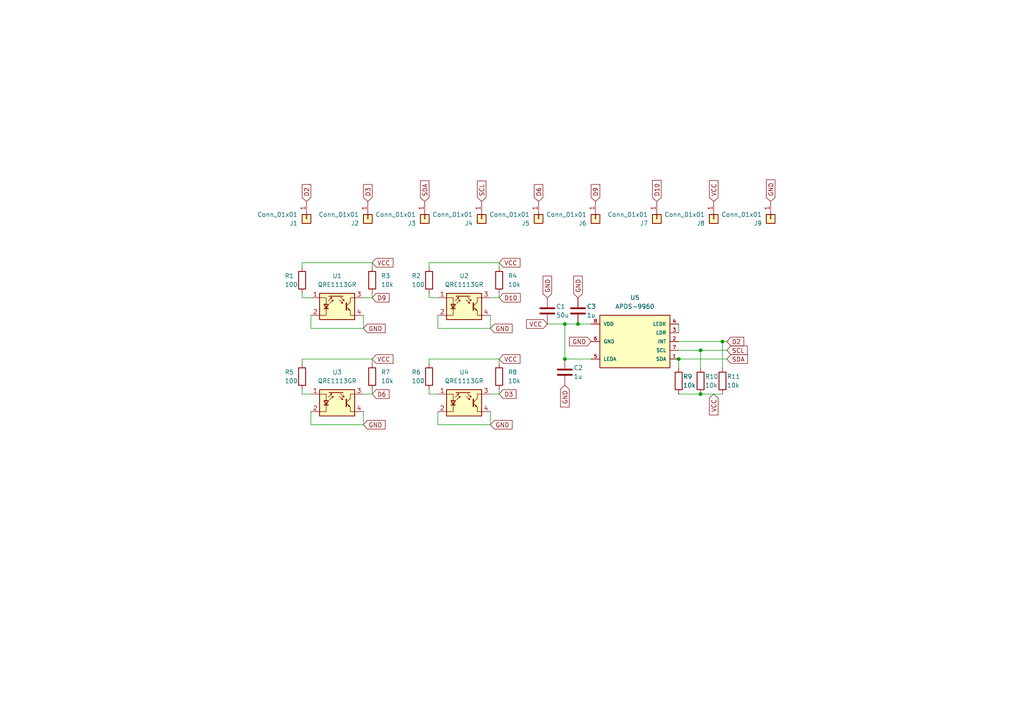
<source format=kicad_sch>
(kicad_sch (version 20211123) (generator eeschema)
  (paper "A4")
  (lib_symbols
    (symbol "ADPS-9960:APDS-9960" (pin_names (offset 1.016))
      (property "Reference" "U" (at -10.16 7.874 0))
      (property "Value" "APDS-9960" (at -10.16 -7.874 0))
      (symbol "APDS-9960_0_0"
        (rectangle (start -10.16 -7.62) (end 10.16 7.62) (stroke (width 0.254)) (fill (type background)))
        (pin bidirectional line (at 12.7 -5.08 180) (length 2.54) (name "SDA") (number "1"))
        (pin bidirectional line (at 12.7 0 180) (length 2.54) (name "INT") (number "2"))
        (pin bidirectional line (at 12.7 2.54 180) (length 2.54) (name "LDR") (number "3"))
        (pin bidirectional line (at 12.7 5.08 180) (length 2.54) (name "LEDK") (number "4"))
        (pin bidirectional line (at -12.7 -5.08 0) (length 2.54) (name "LEDA") (number "5"))
        (pin bidirectional line (at -12.7 0 0) (length 2.54) (name "GND") (number "6"))
        (pin bidirectional line (at 12.7 -2.54 180) (length 2.54) (name "SCL") (number "7"))
        (pin bidirectional line (at -12.7 5.08 0) (length 2.54) (name "VDD") (number "8"))
      )
    )
    (symbol "Connector_Generic:Conn_01x01" (pin_names (offset 1.016) hide)
      (property "Reference" "J" (at 0 2.54 0))
      (property "Value" "Conn_01x01" (at 0 -2.54 0))
      (symbol "Conn_01x01_1_1"
        (rectangle (start -1.27 0.127) (end 0 -0.127) (stroke (width 0.1524)))
        (rectangle (start -1.27 1.27) (end 1.27 -1.27) (stroke (width 0.254)) (fill (type background)))
        (pin passive line (at -5.08 0 0) (length 3.81) (name "Pin_1") (number "1"))
      )
    )
    (symbol "Device:C" (pin_numbers hide) (pin_names (offset 0.254))
      (property "Reference" "C" (at 0.635 2.54 0))
      (property "Value" "C" (at 0.635 -2.54 0))
      (symbol "C_0_1"
        (polyline (pts (xy -2.032 -0.762) (xy 2.032 -0.762)) (stroke (width 0.508)))
        (polyline (pts (xy -2.032 0.762) (xy 2.032 0.762)) (stroke (width 0.508)))
      )
      (symbol "C_1_1"
        (pin passive line (at 0 3.81 270) (length 2.794) (name "~") (number "1"))
        (pin passive line (at 0 -3.81 90) (length 2.794) (name "~") (number "2"))
      )
    )
    (symbol "Device:R" (pin_numbers hide) (pin_names (offset 0))
      (property "Reference" "R" (at 2.032 0 90))
      (property "Value" "R" (at 0 0 90))
      (symbol "R_0_1"
        (rectangle (start -1.016 -2.54) (end 1.016 2.54) (stroke (width 0.254)))
      )
      (symbol "R_1_1"
        (pin passive line (at 0 3.81 270) (length 1.27) (name "~") (number "1"))
        (pin passive line (at 0 -3.81 90) (length 1.27) (name "~") (number "2"))
      )
    )
    (symbol "Sensor_Proximity:QRE1113GR" (pin_names (offset 0.0254) hide)
      (property "Reference" "U" (at -3.81 5.08 0))
      (property "Value" "QRE1113GR" (at 11.43 5.08 0))
      (symbol "QRE1113GR_0_1"
        (polyline (pts (xy -3.81 -0.635) (xy -2.54 -0.635)) (stroke (width 0.254)))
        (polyline (pts (xy -2.286 2.921) (xy -2.032 3.175)))
        (polyline (pts (xy -1.778 2.921) (xy -1.524 3.175)))
        (polyline (pts (xy -1.524 2.667) (xy -1.651 2.159)))
        (polyline (pts (xy -1.27 2.921) (xy -1.016 3.175)))
        (polyline (pts (xy -1.143 1.905) (xy -1.27 1.397)))
        (polyline (pts (xy -0.762 2.921) (xy -0.508 3.175)))
        (polyline (pts (xy -0.254 2.921) (xy 0 3.175)))
        (polyline (pts (xy 0.254 2.921) (xy 0.508 3.175)))
        (polyline (pts (xy 0.762 2.921) (xy 1.016 3.175)))
        (polyline (pts (xy 1.27 2.921) (xy 1.524 3.175)))
        (polyline (pts (xy 1.651 0.889) (xy 1.143 1.016)))
        (polyline (pts (xy 1.778 2.921) (xy -2.413 2.921)))
        (polyline (pts (xy 2.032 1.651) (xy 1.524 1.778)))
        (polyline (pts (xy 2.667 -0.127) (xy 3.81 -1.27)))
        (polyline (pts (xy 2.667 0.127) (xy 3.81 1.27)))
        (polyline (pts (xy -2.54 1.651) (xy -1.524 2.667) (xy -2.032 2.54)))
        (polyline (pts (xy -2.159 0.889) (xy -1.143 1.905) (xy -1.651 1.778)))
        (polyline (pts (xy 0.635 1.905) (xy 1.651 0.889) (xy 1.524 1.397)))
        (polyline (pts (xy 1.016 2.667) (xy 2.032 1.651) (xy 1.905 2.159)))
        (polyline (pts (xy 2.667 1.016) (xy 2.667 -1.016) (xy 2.667 -1.016)) (stroke (width 0.3556)))
        (polyline (pts (xy 3.81 -1.27) (xy 3.81 -2.54) (xy 5.08 -2.54)))
        (polyline (pts (xy 3.81 1.27) (xy 3.81 2.54) (xy 5.08 2.54)))
        (polyline (pts (xy -5.08 -2.54) (xy -3.175 -2.54) (xy -3.175 2.54) (xy -5.08 2.54)))
        (polyline (pts (xy -3.175 -0.635) (xy -3.81 0.635) (xy -2.54 0.635) (xy -3.175 -0.635)) (stroke (width 0.254)))
        (polyline (pts (xy 3.683 -1.143) (xy 3.429 -0.635) (xy 3.175 -0.889) (xy 3.683 -1.143)))
        (polyline (pts (xy -5.08 -3.81) (xy 5.08 -3.81) (xy 5.08 3.81) (xy -5.08 3.81) (xy -5.08 -3.81)) (stroke (width 0.254)) (fill (type background)))
      )
      (symbol "QRE1113GR_1_1"
        (pin passive line (at -7.62 2.54 0) (length 2.54) (name "A") (number "1"))
        (pin passive line (at -7.62 -2.54 0) (length 2.54) (name "K") (number "2"))
        (pin open_collector line (at 7.62 2.54 180) (length 2.54) (name "~") (number "3"))
        (pin open_emitter line (at 7.62 -2.54 180) (length 2.54) (name "~") (number "4"))
      )
    )
  )
  (junction (at 196.85 104.14))
  (junction (at 167.64 93.98))
  (junction (at 209.55 99.06))
  (junction (at 203.2 101.6))
  (junction (at 163.83 104.14))
  (junction (at 163.83 93.98))
  (junction (at 203.2 114.3))
  (wire (pts (xy 105.41 95.25) (xy 105.41 91.44)))
  (wire (pts (xy 87.63 86.36) (xy 90.17 86.36)))
  (wire (pts (xy 158.75 93.98) (xy 163.83 93.98)))
  (wire (pts (xy 124.46 104.14) (xy 144.78 104.14)))
  (wire (pts (xy 144.78 76.2) (xy 144.78 77.47)))
  (wire (pts (xy 127 119.38) (xy 127 123.19)))
  (wire (pts (xy 196.85 101.6) (xy 203.2 101.6)))
  (wire (pts (xy 144.78 86.36) (xy 144.78 85.09)))
  (wire (pts (xy 124.46 85.09) (xy 124.46 86.36)))
  (wire (pts (xy 196.85 99.06) (xy 209.55 99.06)))
  (wire (pts (xy 203.2 101.6) (xy 203.2 106.68)))
  (wire (pts (xy 90.17 119.38) (xy 90.17 123.19)))
  (wire (pts (xy 203.2 101.6) (xy 210.82 101.6)))
  (wire (pts (xy 127 91.44) (xy 127 95.25)))
  (wire (pts (xy 107.95 104.14) (xy 107.95 105.41)))
  (wire (pts (xy 124.46 114.3) (xy 127 114.3)))
  (wire (pts (xy 87.63 114.3) (xy 90.17 114.3)))
  (wire (pts (xy 163.83 93.98) (xy 163.83 104.14)))
  (wire (pts (xy 124.46 76.2) (xy 144.78 76.2)))
  (wire (pts (xy 196.85 114.3) (xy 203.2 114.3)))
  (wire (pts (xy 171.45 104.14) (xy 163.83 104.14)))
  (wire (pts (xy 87.63 113.03) (xy 87.63 114.3)))
  (wire (pts (xy 107.95 86.36) (xy 107.95 85.09)))
  (wire (pts (xy 124.46 105.41) (xy 124.46 104.14)))
  (wire (pts (xy 124.46 86.36) (xy 127 86.36)))
  (wire (pts (xy 203.2 114.3) (xy 209.55 114.3)))
  (wire (pts (xy 127 123.19) (xy 142.24 123.19)))
  (wire (pts (xy 107.95 114.3) (xy 107.95 113.03)))
  (wire (pts (xy 90.17 123.19) (xy 105.41 123.19)))
  (wire (pts (xy 144.78 104.14) (xy 144.78 105.41)))
  (wire (pts (xy 87.63 105.41) (xy 87.63 104.14)))
  (wire (pts (xy 142.24 114.3) (xy 144.78 114.3)))
  (wire (pts (xy 196.85 104.14) (xy 210.82 104.14)))
  (wire (pts (xy 87.63 76.2) (xy 107.95 76.2)))
  (wire (pts (xy 105.41 114.3) (xy 107.95 114.3)))
  (wire (pts (xy 196.85 93.98) (xy 196.85 96.52)))
  (wire (pts (xy 90.17 91.44) (xy 90.17 95.25)))
  (wire (pts (xy 124.46 77.47) (xy 124.46 76.2)))
  (wire (pts (xy 107.95 76.2) (xy 107.95 77.47)))
  (wire (pts (xy 196.85 106.68) (xy 196.85 104.14)))
  (wire (pts (xy 209.55 99.06) (xy 210.82 99.06)))
  (wire (pts (xy 142.24 86.36) (xy 144.78 86.36)))
  (wire (pts (xy 209.55 99.06) (xy 209.55 106.68)))
  (wire (pts (xy 144.78 114.3) (xy 144.78 113.03)))
  (wire (pts (xy 87.63 104.14) (xy 107.95 104.14)))
  (wire (pts (xy 90.17 95.25) (xy 105.41 95.25)))
  (wire (pts (xy 142.24 123.19) (xy 142.24 119.38)))
  (wire (pts (xy 167.64 93.98) (xy 171.45 93.98)))
  (wire (pts (xy 142.24 95.25) (xy 142.24 91.44)))
  (wire (pts (xy 105.41 123.19) (xy 105.41 119.38)))
  (wire (pts (xy 124.46 113.03) (xy 124.46 114.3)))
  (wire (pts (xy 105.41 86.36) (xy 107.95 86.36)))
  (wire (pts (xy 87.63 77.47) (xy 87.63 76.2)))
  (wire (pts (xy 163.83 93.98) (xy 167.64 93.98)))
  (wire (pts (xy 87.63 85.09) (xy 87.63 86.36)))
  (wire (pts (xy 127 95.25) (xy 142.24 95.25)))
  (global_label "GND" (shape input) (at 163.83 111.76 270) (property "Intersheet References" "${INTERSHEET_REFS}" (effects hide)))
  (global_label "GND" (shape input) (at 158.75 86.36 90) (property "Intersheet References" "${INTERSHEET_REFS}" (effects hide)))
  (global_label "SDA" (shape input) (at 210.82 104.14 0) (property "Intersheet References" "${INTERSHEET_REFS}" (effects hide)))
  (global_label "D6" (shape input) (at 156.21 58.42 90) (property "Intersheet References" "${INTERSHEET_REFS}" (effects hide)))
  (global_label "GND" (shape input) (at 167.64 86.36 90) (property "Intersheet References" "${INTERSHEET_REFS}" (effects hide)))
  (global_label "D2" (shape input) (at 88.9 58.42 90) (property "Intersheet References" "${INTERSHEET_REFS}" (effects hide)))
  (global_label "GND" (shape input) (at 105.41 123.19 0) (property "Intersheet References" "${INTERSHEET_REFS}" (effects hide)))
  (global_label "GND" (shape input) (at 223.52 58.42 90) (property "Intersheet References" "${INTERSHEET_REFS}" (effects hide)))
  (global_label "D9" (shape input) (at 107.95 86.36 0) (property "Intersheet References" "${INTERSHEET_REFS}" (effects hide)))
  (global_label "VCC" (shape input) (at 207.01 58.42 90) (property "Intersheet References" "${INTERSHEET_REFS}" (effects hide)))
  (global_label "D10" (shape input) (at 190.5 58.42 90) (property "Intersheet References" "${INTERSHEET_REFS}" (effects hide)))
  (global_label "VCC" (shape input) (at 144.78 76.2 0) (property "Intersheet References" "${INTERSHEET_REFS}" (effects hide)))
  (global_label "D9" (shape input) (at 172.72 58.42 90) (property "Intersheet References" "${INTERSHEET_REFS}" (effects hide)))
  (global_label "SCL" (shape input) (at 210.82 101.6 0) (property "Intersheet References" "${INTERSHEET_REFS}" (effects hide)))
  (global_label "SCL" (shape input) (at 139.7 58.42 90) (property "Intersheet References" "${INTERSHEET_REFS}" (effects hide)))
  (global_label "GND" (shape input) (at 105.41 95.25 0) (property "Intersheet References" "${INTERSHEET_REFS}" (effects hide)))
  (global_label "D10" (shape input) (at 144.78 86.36 0) (property "Intersheet References" "${INTERSHEET_REFS}" (effects hide)))
  (global_label "GND" (shape input) (at 142.24 123.19 0) (property "Intersheet References" "${INTERSHEET_REFS}" (effects hide)))
  (global_label "D3" (shape input) (at 144.78 114.3 0) (property "Intersheet References" "${INTERSHEET_REFS}" (effects hide)))
  (global_label "D6" (shape input) (at 107.95 114.3 0) (property "Intersheet References" "${INTERSHEET_REFS}" (effects hide)))
  (global_label "VCC" (shape input) (at 107.95 76.2 0) (property "Intersheet References" "${INTERSHEET_REFS}" (effects hide)))
  (global_label "SDA" (shape input) (at 123.19 58.42 90) (property "Intersheet References" "${INTERSHEET_REFS}" (effects hide)))
  (global_label "VCC" (shape input) (at 144.78 104.14 0) (property "Intersheet References" "${INTERSHEET_REFS}" (effects hide)))
  (global_label "GND" (shape input) (at 171.45 99.06 180) (property "Intersheet References" "${INTERSHEET_REFS}" (effects hide)))
  (global_label "D2" (shape input) (at 210.82 99.06 0) (property "Intersheet References" "${INTERSHEET_REFS}" (effects hide)))
  (global_label "VCC" (shape input) (at 107.95 104.14 0) (property "Intersheet References" "${INTERSHEET_REFS}" (effects hide)))
  (global_label "VCC" (shape input) (at 207.01 114.3 270) (property "Intersheet References" "${INTERSHEET_REFS}" (effects hide)))
  (global_label "GND" (shape input) (at 142.24 95.25 0) (property "Intersheet References" "${INTERSHEET_REFS}" (effects hide)))
  (global_label "VCC" (shape input) (at 158.75 93.98 180) (property "Intersheet References" "${INTERSHEET_REFS}" (effects hide)))
  (global_label "D3" (shape input) (at 106.68 58.42 90) (property "Intersheet References" "${INTERSHEET_REFS}" (effects hide)))
  (symbol (lib_id "Device:R") (at 144.78 81.28 0) (unit 1)
    (property "Reference" "R4" (at 147.32 80.0099 0) (effects (justify left)))
    (property "Value" "10k" (at 147.32 82.5499 0) (effects (justify left)))
    (property "Footprint" "Resistor_SMD:R_0805_2012Metric" (effects hide))
  )
  (symbol (lib_id "Device:R") (at 203.2 110.49 0) (unit 1)
    (property "Reference" "R10" (at 204.47 109.22 0) (effects (justify left)))
    (property "Value" "10k" (at 204.47 111.76 0) (effects (justify left)))
    (property "Footprint" "Resistor_SMD:R_0805_2012Metric" (effects hide))
  )
  (symbol (lib_id "Connector_Generic:Conn_01x01") (at 88.9 63.5 270) (unit 1)
    (property "Reference" "J1" (at 86.36 64.7701 90) (effects (justify right)))
    (property "Value" "Conn_01x01" (at 86.36 62.2301 90) (effects (justify right)))
    (property "Footprint" "TestPoint:TestPoint_Pad_D1.0mm" (effects hide))
  )
  (symbol (lib_id "ADPS-9960:APDS-9960") (at 184.15 99.06 0) (unit 1)
    (property "Reference" "U5" (at 184.15 86.36 0))
    (property "Value" "APDS-9960" (at 184.15 88.9 0))
    (property "Footprint" "APDS-9960:APDS-9960" (effects hide))
    (property "PROD_ID" "SEN-12005" (effects hide))
  )
  (symbol (lib_id "Connector_Generic:Conn_01x01") (at 106.68 63.5 270) (unit 1)
    (property "Reference" "J2" (at 104.14 64.7701 90) (effects (justify right)))
    (property "Value" "Conn_01x01" (at 104.14 62.2301 90) (effects (justify right)))
    (property "Footprint" "TestPoint:TestPoint_Pad_D1.0mm" (effects hide))
  )
  (symbol (lib_id "Device:R") (at 124.46 109.22 0) (unit 1)
    (property "Reference" "R6" (at 119.38 107.95 0) (effects (justify left)))
    (property "Value" "100" (at 119.38 110.49 0) (effects (justify left)))
    (property "Footprint" "Resistor_SMD:R_0805_2012Metric" (effects hide))
  )
  (symbol (lib_id "Device:R") (at 196.85 110.49 0) (unit 1)
    (property "Reference" "R9" (at 198.12 109.22 0) (effects (justify left)))
    (property "Value" "10k" (at 198.12 111.76 0) (effects (justify left)))
    (property "Footprint" "Resistor_SMD:R_0805_2012Metric" (effects hide))
  )
  (symbol (lib_id "Connector_Generic:Conn_01x01") (at 207.01 63.5 270) (unit 1)
    (property "Reference" "J8" (at 204.47 64.7701 90) (effects (justify right)))
    (property "Value" "Conn_01x01" (at 204.47 62.2301 90) (effects (justify right)))
    (property "Footprint" "TestPoint:TestPoint_Pad_D1.0mm" (effects hide))
  )
  (symbol (lib_id "Connector_Generic:Conn_01x01") (at 223.52 63.5 270) (unit 1)
    (property "Reference" "J9" (at 220.98 64.7701 90) (effects (justify right)))
    (property "Value" "Conn_01x01" (at 220.98 62.2301 90) (effects (justify right)))
    (property "Footprint" "TestPoint:TestPoint_Pad_D1.0mm" (effects hide))
  )
  (symbol (lib_id "Connector_Generic:Conn_01x01") (at 139.7 63.5 270) (unit 1)
    (property "Reference" "J4" (at 137.16 64.7701 90) (effects (justify right)))
    (property "Value" "Conn_01x01" (at 137.16 62.2301 90) (effects (justify right)))
    (property "Footprint" "TestPoint:TestPoint_Pad_D1.0mm" (effects hide))
  )
  (symbol (lib_id "Device:R") (at 124.46 81.28 0) (unit 1)
    (property "Reference" "R2" (at 119.38 80.01 0) (effects (justify left)))
    (property "Value" "100" (at 119.38 82.55 0) (effects (justify left)))
    (property "Footprint" "Resistor_SMD:R_0805_2012Metric" (effects hide))
  )
  (symbol (lib_id "Connector_Generic:Conn_01x01") (at 172.72 63.5 270) (unit 1)
    (property "Reference" "J6" (at 170.18 64.7701 90) (effects (justify right)))
    (property "Value" "Conn_01x01" (at 170.18 62.2301 90) (effects (justify right)))
    (property "Footprint" "TestPoint:TestPoint_Pad_D1.0mm" (effects hide))
  )
  (symbol (lib_id "Device:R") (at 144.78 109.22 0) (unit 1)
    (property "Reference" "R8" (at 147.32 107.9499 0) (effects (justify left)))
    (property "Value" "10k" (at 147.32 110.4899 0) (effects (justify left)))
    (property "Footprint" "Resistor_SMD:R_0805_2012Metric" (effects hide))
  )
  (symbol (lib_id "Device:R") (at 107.95 109.22 0) (unit 1)
    (property "Reference" "R7" (at 110.49 107.9499 0) (effects (justify left)))
    (property "Value" "10k" (at 110.49 110.4899 0) (effects (justify left)))
    (property "Footprint" "Resistor_SMD:R_0805_2012Metric" (effects hide))
  )
  (symbol (lib_id "Device:R") (at 107.95 81.28 0) (unit 1)
    (property "Reference" "R3" (at 110.49 80.0099 0) (effects (justify left)))
    (property "Value" "10k" (at 110.49 82.5499 0) (effects (justify left)))
    (property "Footprint" "Resistor_SMD:R_0805_2012Metric" (effects hide))
  )
  (symbol (lib_id "Connector_Generic:Conn_01x01") (at 123.19 63.5 270) (unit 1)
    (property "Reference" "J3" (at 120.65 64.7701 90) (effects (justify right)))
    (property "Value" "Conn_01x01" (at 120.65 62.2301 90) (effects (justify right)))
    (property "Footprint" "TestPoint:TestPoint_Pad_D1.0mm" (effects hide))
  )
  (symbol (lib_id "Device:R") (at 87.63 81.28 0) (unit 1)
    (property "Reference" "R1" (at 82.55 80.01 0) (effects (justify left)))
    (property "Value" "100" (at 82.55 82.55 0) (effects (justify left)))
    (property "Footprint" "Resistor_SMD:R_0805_2012Metric" (effects hide))
  )
  (symbol (lib_id "Device:R") (at 209.55 110.49 0) (unit 1)
    (property "Reference" "R11" (at 210.82 109.22 0) (effects (justify left)))
    (property "Value" "10k" (at 210.82 111.76 0) (effects (justify left)))
    (property "Footprint" "Resistor_SMD:R_0805_2012Metric" (effects hide))
  )
  (symbol (lib_id "Device:C") (at 167.64 90.17 0) (unit 1)
    (property "Reference" "C3" (at 170.18 88.9 0) (effects (justify left)))
    (property "Value" "1u" (at 170.18 91.44 0) (effects (justify left)))
    (property "Footprint" "Capacitor_SMD:C_0805_2012Metric" (effects hide))
  )
  (symbol (lib_id "Connector_Generic:Conn_01x01") (at 156.21 63.5 270) (unit 1)
    (property "Reference" "J5" (at 153.67 64.7701 90) (effects (justify right)))
    (property "Value" "Conn_01x01" (at 153.67 62.2301 90) (effects (justify right)))
    (property "Footprint" "TestPoint:TestPoint_Pad_D1.0mm" (effects hide))
  )
  (symbol (lib_id "Sensor_Proximity:QRE1113GR") (at 134.62 88.9 0) (unit 1)
    (property "Reference" "U2" (at 134.62 80.01 0))
    (property "Value" "QRE1113GR" (at 134.62 82.55 0))
    (property "Footprint" "OptoDevice:OnSemi_CASE100CY" (effects hide))
    (property "Datasheet" "http://www.onsemi.com/pub/Collateral/QRE1113-D.PDF" (effects hide))
  )
  (symbol (lib_id "Connector_Generic:Conn_01x01") (at 190.5 63.5 270) (unit 1)
    (property "Reference" "J7" (at 187.96 64.7701 90) (effects (justify right)))
    (property "Value" "Conn_01x01" (at 187.96 62.2301 90) (effects (justify right)))
    (property "Footprint" "TestPoint:TestPoint_Pad_D1.0mm" (effects hide))
  )
  (symbol (lib_id "Sensor_Proximity:QRE1113GR") (at 134.62 116.84 0) (unit 1)
    (property "Reference" "U4" (at 134.62 107.95 0))
    (property "Value" "QRE1113GR" (at 134.62 110.49 0))
    (property "Footprint" "OptoDevice:OnSemi_CASE100CY" (effects hide))
    (property "Datasheet" "http://www.onsemi.com/pub/Collateral/QRE1113-D.PDF" (effects hide))
  )
  (symbol (lib_id "Sensor_Proximity:QRE1113GR") (at 97.79 88.9 0) (unit 1)
    (property "Reference" "U1" (at 97.79 80.01 0))
    (property "Value" "QRE1113GR" (at 97.79 82.55 0))
    (property "Footprint" "OptoDevice:OnSemi_CASE100CY" (effects hide))
    (property "Datasheet" "http://www.onsemi.com/pub/Collateral/QRE1113-D.PDF" (effects hide))
  )
  (symbol (lib_id "Sensor_Proximity:QRE1113GR") (at 97.79 116.84 0) (unit 1)
    (property "Reference" "U3" (at 97.79 107.95 0))
    (property "Value" "QRE1113GR" (at 97.79 110.49 0))
    (property "Footprint" "OptoDevice:OnSemi_CASE100CY" (effects hide))
    (property "Datasheet" "http://www.onsemi.com/pub/Collateral/QRE1113-D.PDF" (effects hide))
  )
  (symbol (lib_id "Device:C") (at 163.83 107.95 0) (unit 1)
    (property "Reference" "C2" (at 166.37 106.68 0) (effects (justify left)))
    (property "Value" "1u" (at 166.37 109.22 0) (effects (justify left)))
    (property "Footprint" "Capacitor_SMD:C_0805_2012Metric" (effects hide))
  )
  (symbol (lib_id "Device:R") (at 87.63 109.22 0) (unit 1)
    (property "Reference" "R5" (at 82.55 107.95 0) (effects (justify left)))
    (property "Value" "100" (at 82.55 110.49 0) (effects (justify left)))
    (property "Footprint" "Resistor_SMD:R_0805_2012Metric" (effects hide))
  )
  (symbol (lib_id "Device:C") (at 158.75 90.17 0) (unit 1)
    (property "Reference" "C1" (at 161.29 88.9 0) (effects (justify left)))
    (property "Value" "50u" (at 161.29 91.44 0) (effects (justify left)))
    (property "Footprint" "Capacitor_SMD:C_0805_2012Metric" (effects hide))
  )
)
</source>
